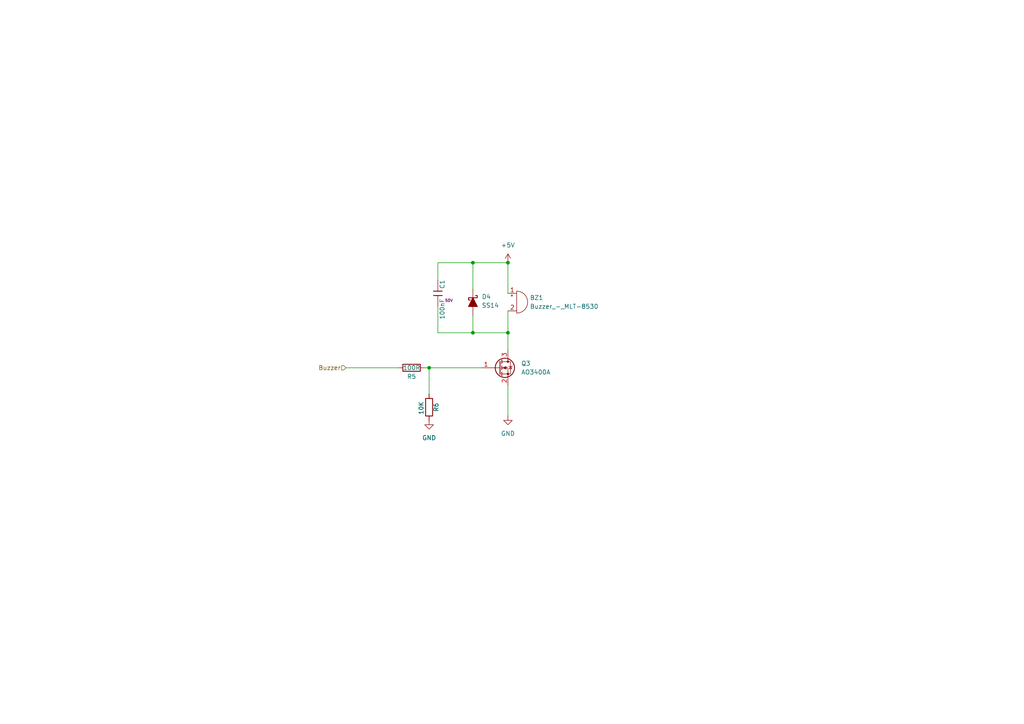
<source format=kicad_sch>
(kicad_sch (version 20250114) (generator "eeschema") (generator_version "9.0")
  (paper "A4")
  (title_block (title "l8"))
  (lib_symbols
    (symbol "PCM_JLCPCB-Capacitors:0603,100nF" (pin_numbers (hide yes)) (pin_names (offset 0))
      (property "Reference" "C" (at 2.032 1.668 0))
      (property "Value" "100nF" (at 2.032 -0.3782 0))
      (property "Voltage Rated" "50V" (at 2.032 -2.0462 0))
      (symbol "0603,100nF_0_1"
        (polyline (pts (xy -1.27 0.635) (xy 1.27 0.635)) (stroke (width 0.254)))
        (polyline (pts (xy -1.27 -0.635) (xy 1.27 -0.635)) (stroke (width 0.254)))
      )
      (symbol "0603,100nF_1_1"
        (pin passive line (at 0 3.81 270) (length 3.175) (name "~") (number "1"))
        (pin passive line (at 0 -3.81 90) (length 3.175) (name "~") (number "2"))
      )
    )
    (symbol "PCM_JLCPCB-Resistors:0603,100Ω" (pin_numbers (hide yes)) (pin_names (offset 0))
      (property "Reference" "R" (at 1.778 0 0))
      (property "Value" "100Ω" (at 0 0 90))
      (symbol "0603,100Ω_0_1"
        (rectangle (start -1.016 2.54) (end 1.016 -2.54) (stroke (width 0.254)))
      )
      (symbol "0603,100Ω_1_1"
        (pin passive line (at 0 3.81 270) (length 1.27) (name "~") (number "1"))
        (pin passive line (at 0 -3.81 90) (length 1.27) (name "~") (number "2"))
      )
    )
    (symbol "PCM_JLCPCB-Resistors:0603,10kΩ" (pin_numbers (hide yes)) (pin_names (offset 0))
      (property "Reference" "R" (at 1.778 0 0))
      (property "Value" "10kΩ" (at 0 0 90))
      (symbol "0603,10kΩ_0_1"
        (rectangle (start -1.016 2.54) (end 1.016 -2.54) (stroke (width 0.254)))
      )
      (symbol "0603,10kΩ_1_1"
        (pin passive line (at 0 3.81 270) (length 1.27) (name "~") (number "1"))
        (pin passive line (at 0 -3.81 90) (length 1.27) (name "~") (number "2"))
      )
    )
    (symbol "dnt_global:AO3400A" (pin_names (hide yes))
      (property "Reference" "Q" (at 6.35 -1.2701 0))
      (property "Value" "AO3400A" (at 6.35 1.2699 0))
      (symbol "AO3400A_0_1"
        (polyline (pts (xy 0.254 1.905) (xy 0.254 -1.905)) (stroke (width 0.254)))
        (polyline (pts (xy 0.254 0) (xy -2.54 0)))
        (polyline (pts (xy 0.762 2.286) (xy 0.762 1.27)) (stroke (width 0.254)))
        (polyline (pts (xy 0.762 0.508) (xy 0.762 -0.508)) (stroke (width 0.254)))
        (polyline (pts (xy 0.762 -1.27) (xy 0.762 -2.286)) (stroke (width 0.254)))
        (polyline (pts (xy 0.762 -1.778) (xy 3.302 -1.778) (xy 3.302 1.778) (xy 0.762 1.778)))
        (polyline (pts (xy 1.016 0) (xy 2.032 0.381) (xy 2.032 -0.381) (xy 1.016 0)) (fill (type outline)))
        (circle (center 1.651 0) (radius 2.794) (stroke (width 0.254)))
        (polyline (pts (xy 2.54 2.54) (xy 2.54 1.778)))
        (circle (center 2.54 1.778) (radius 0.254) (fill (type outline)))
        (circle (center 2.54 -1.778) (radius 0.254) (fill (type outline)))
        (polyline (pts (xy 2.54 -2.54) (xy 2.54 0) (xy 0.762 0)))
        (polyline (pts (xy 2.794 0.508) (xy 2.921 0.381) (xy 3.683 0.381) (xy 3.81 0.254)))
        (polyline (pts (xy 3.302 0.381) (xy 2.921 -0.254) (xy 3.683 -0.254) (xy 3.302 0.381)))
      )
      (symbol "AO3400A_1_1"
        (pin input line (at -5.08 0 0) (length 2.54) (name "G") (number "1"))
        (pin passive line (at 2.54 5.08 270) (length 2.54) (name "D") (number "3"))
        (pin passive line (at 2.54 -5.08 90) (length 2.54) (name "S") (number "2"))
      )
    )
    (symbol "dnt_global:Buzzer_-_MLT-8530" (pin_names (offset 0.0254) (hide yes))
      (property "Reference" "BZ" (at 3.81 1.27 0))
      (property "Value" "Buzzer_-_MLT-8530" (at 3.81 -1.27 0))
      (symbol "Buzzer_-_MLT-8530_0_1"
        (polyline (pts (xy -1.651 1.905) (xy -1.143 1.905)))
        (polyline (pts (xy -1.397 2.159) (xy -1.397 1.651)))
        (arc (start 0 3.175) (mid 3.1612 0) (end 0 -3.175))
        (polyline (pts (xy 0 3.175) (xy 0 -3.175)))
      )
      (symbol "Buzzer_-_MLT-8530_1_1"
        (pin passive line (at -2.54 2.54 0) (length 2.54) (name "+") (number "1"))
        (pin passive line (at -2.54 -2.54 0) (length 2.54) (name "-") (number "2"))
      )
    )
    (symbol "dnt_global:Diode_SS14" (pin_numbers (hide yes)) (pin_names (offset 1.016) (hide yes))
      (property "Reference" "D7001" (at 1.5876 -2.54 90))
      (property "Value" "Diode_-_SS14" (at -0.9524 -2.54 90))
      (symbol "Diode_SS14_0_1"
        (polyline (pts (xy -1.27 0) (xy 1.27 0)))
        (polyline (pts (xy -1.27 -1.27) (xy -1.27 1.27) (xy 1.27 0) (xy -1.27 -1.27)) (stroke (width 0.254)) (fill (type outline)))
        (polyline (pts (xy 1.905 -0.762) (xy 1.905 -1.27) (xy 1.27 -1.27) (xy 1.27 1.27) (xy 0.635 1.27) (xy 0.635 0.762)) (stroke (width 0.254)))
      )
      (symbol "Diode_SS14_0_2"
        (polyline (pts (xy -2.54 -2.54) (xy 2.54 2.54)))
        (polyline (pts (xy -0.889 -0.889) (xy -1.778 0) (xy 0.889 0.889) (xy 0 -1.778) (xy -0.889 -0.889)) (stroke (width 0.254)) (fill (type outline)))
        (polyline (pts (xy 0 1.778) (xy 1.778 0)) (stroke (width 0.254)))
        (polyline (pts (xy 0 1.778) (xy -0.381 1.397) (xy 0 1.016)) (stroke (width 0.254)))
        (polyline (pts (xy 1.778 0) (xy 2.159 0.381) (xy 1.778 0.762)) (stroke (width 0.254)))
      )
      (symbol "Diode_SS14_1_1"
        (pin passive line (at -3.81 0 0) (length 2.54) (name "A") (number "2"))
        (pin passive line (at 3.81 0 180) (length 2.54) (name "K") (number "1"))
      )
      (symbol "Diode_SS14_1_2"
        (pin passive line (at -2.54 -2.54 0) (length 0) (name "A") (number "2"))
        (pin passive line (at 2.54 2.54 180) (length 0) (name "K") (number "1"))
      )
    )
    (symbol "power:+5V" (power) (pin_numbers (hide yes)) (pin_names (offset 0) (hide yes))
      (property "Value" "+5V" (at 0 3.556 0))
      (symbol "+5V_0_1"
        (polyline (pts (xy -0.762 1.27) (xy 0 2.54)))
        (polyline (pts (xy 0 2.54) (xy 0.762 1.27)))
        (polyline (pts (xy 0 0) (xy 0 2.54)))
      )
      (symbol "+5V_1_1"
        (pin power_in line (at 0 0 90) (length 0) (name "~") (number "1"))
      )
    )
    (symbol "power:GND" (power) (pin_numbers (hide yes)) (pin_names (offset 0) (hide yes))
      (property "Value" "GND" (at 0 -3.81 0))
      (symbol "GND_0_1"
        (polyline (pts (xy 0 0) (xy 0 -1.27) (xy 1.27 -1.27) (xy 0 -2.54) (xy -1.27 -1.27) (xy 0 -1.27)))
      )
      (symbol "GND_1_1"
        (pin power_in line (at 0 0 270) (length 0) (name "~") (number "1"))
      )
    )
  )
  (junction (at 147.32 96.52))
  (junction (at 124.46 106.68))
  (junction (at 137.16 76.2))
  (junction (at 137.16 96.52))
  (junction (at 147.32 76.2))
  (wire (pts (xy 123.19 106.68) (xy 124.46 106.68)))
  (wire (pts (xy 147.32 96.52) (xy 147.32 101.6)))
  (wire (pts (xy 137.16 91.44) (xy 137.16 96.52)))
  (wire (pts (xy 127 88.9) (xy 127 96.52)))
  (wire (pts (xy 137.16 96.52) (xy 127 96.52)))
  (wire (pts (xy 147.32 76.2) (xy 137.16 76.2)))
  (wire (pts (xy 147.32 96.52) (xy 137.16 96.52)))
  (wire (pts (xy 127 76.2) (xy 127 81.28)))
  (wire (pts (xy 137.16 76.2) (xy 127 76.2)))
  (wire (pts (xy 147.32 76.2) (xy 147.32 85.09)))
  (wire (pts (xy 137.16 76.2) (xy 137.16 83.82)))
  (wire (pts (xy 124.46 106.68) (xy 124.46 114.3)))
  (wire (pts (xy 147.32 90.17) (xy 147.32 96.52)))
  (wire (pts (xy 100.33 106.68) (xy 115.57 106.68)))
  (wire (pts (xy 147.32 111.76) (xy 147.32 120.65)))
  (wire (pts (xy 139.7 106.68) (xy 124.46 106.68)))
  (hierarchical_label "Buzzer" (shape input) (at 100.33 106.68 180))
  (symbol (lib_id "dnt_global:AO3400A") (at 144.78 106.68 0) (unit 1)
    (property "Reference" "Q3" (at 151.13 105.4099 0) (effects (justify left)))
    (property "Value" "AO3400A" (at 151.13 107.9499 0) (effects (justify left)))
    (property "Footprint" "Package_TO_SOT_SMD:SOT-23" (effects (hide yes)))
    (property "Datasheet" "http://www.aosmd.com/pdfs/datasheet/AO3400A.pdf" (effects (hide yes)))
    (property "Description" "30V Vds, 5.7A Id, N-Channel MOSFET, SOT-23" (effects (hide yes)))
    (property "LCSC" "C2480" (effects (hide yes)))
  )
  (symbol (lib_id "dnt_global:Diode_SS14") (at 137.16 87.63 90) (unit 1)
    (property "Reference" "D4" (at 139.7 86.0424 90) (effects (justify right)))
    (property "Value" "SS14" (at 139.7 88.5824 90) (effects (justify right)))
    (property "Footprint" "PCM_Diode_SMD_AKL:D_SMA" (effects (hide yes)))
    (property "Datasheet" "https://www.tme.eu/Document/39e1c2d2c354f63d74e9a2edb2156b4b/SS14-E3_61T.pdf" (effects (hide yes)))
    (property "Description" "SMA Schottky diode, 40V, 1A, Alternate KiCAD Library" (effects (hide yes)))
    (property "LCSC" "C2480" (effects (hide yes)))
  )
  (symbol (lib_id "power:GND") (at 124.46 121.92 0) (unit 1)
    (property "Reference" "#PWR03" (effects (hide yes)))
    (property "Value" "GND" (at 124.46 127 0))
    (property "Description" "Power symbol creates a global label with name \"GND\" , ground" (effects (hide yes)))
  )
  (symbol (lib_id "power:+5V") (at 147.32 76.2 0) (unit 1)
    (property "Reference" "#PWR04" (effects (hide yes)))
    (property "Value" "+5V" (at 147.32 71.12 0))
    (property "Description" "Power symbol creates a global label with name \"+5V\"" (effects (hide yes)))
  )
  (symbol (lib_id "PCM_JLCPCB-Capacitors:0603,100nF") (at 127 85.09 0) (unit 1)
    (property "Reference" "C1" (at 128.27 83.82 90) (effects (justify left)))
    (property "Value" "100nF" (at 128.27 92.71 90) (effects (justify left)))
    (property "Footprint" "PCM_JLCPCB:C_0603" (effects (hide yes)))
    (property "Datasheet" "https://www.lcsc.com/datasheet/lcsc_datasheet_2211101700_YAGEO-CC0603KRX7R9BB104_C14663.pdf" (effects (hide yes)))
    (property "Description" "50V 100nF X7R ±10% 0603 Multilayer Ceramic Capacitors MLCC - SMD/SMT ROHS" (effects (hide yes)))
    (property "LCSC" "C14663" (effects (hide yes)))
    (property "Stock" "70324515" (effects (hide yes)))
    (property "Price" "0.006USD" (effects (hide yes)))
    (property "Process" "SMT" (effects (hide yes)))
    (property "Minimum Qty" "20" (effects (hide yes)))
    (property "Attrition Qty" "10" (effects (hide yes)))
    (property "Class" "Basic Component" (effects (hide yes)))
    (property "Category" "Capacitors,Multilayer Ceramic Capacitors MLCC - SMD/SMT" (effects (hide yes)))
    (property "Manufacturer" "YAGEO" (effects (hide yes)))
    (property "Part" "CC0603KRX7R9BB104" (effects (hide yes)))
    (property "Voltage Rated" "50V" (at 129.032 87.1362 0) (effects (font (size 0.8 0.8)) (justify left)))
    (property "Tolerance" "±10%" (effects (hide yes)))
    (property "Capacitance" "100nF" (effects (hide yes)))
    (property "Temperature Coefficient" "X7R" (effects (hide yes)))
  )
  (symbol (lib_id "dnt_global:Buzzer_-_MLT-8530") (at 149.86 87.63 0) (unit 1)
    (property "Reference" "BZ1" (at 153.67 86.3599 0) (effects (justify left)))
    (property "Value" "Buzzer_-_MLT-8530" (at 153.67 88.8999 0) (effects (justify left)))
    (property "Footprint" "dnt:Buzzer - MLT-8530_JHE" (effects (hide yes)))
    (property "Datasheet" "https://jlcpcb.com/api/file/downloadByFileSystemAccessId/8588881950006657024" (effects (hide yes)))
    (property "Description" "Buzzer, polarized" (effects (hide yes)))
    (property "LCSC" "C94599" (effects (hide yes)))
  )
  (symbol (lib_id "PCM_JLCPCB-Resistors:0603,10kΩ") (at 124.46 118.11 0) (mirror x) (unit 1)
    (property "Reference" "R6" (at 126.492 118.11 90))
    (property "Value" "10K" (at 122.174 118.364 90))
    (property "Footprint" "PCM_JLCPCB:R_0603" (effects (hide yes)))
    (property "Datasheet" "https://www.lcsc.com/datasheet/lcsc_datasheet_2206010045_UNI-ROYAL-Uniroyal-Elec-0603WAF1002T5E_C25804.pdf" (effects (hide yes)))
    (property "Description" "100mW Thick Film Resistors 75V ±100ppm/°C ±1% 10kΩ 0603 Chip Resistor - Surface Mount ROHS" (effects (hide yes)))
    (property "LCSC" "C25804" (effects (hide yes)))
    (property "Stock" "51181774" (effects (hide yes)))
    (property "Price" "0.004USD" (effects (hide yes)))
    (property "Process" "SMT" (effects (hide yes)))
    (property "Minimum Qty" "20" (effects (hide yes)))
    (property "Attrition Qty" "10" (effects (hide yes)))
    (property "Class" "Basic Component" (effects (hide yes)))
    (property "Category" "Resistors,Chip Resistor - Surface Mount" (effects (hide yes)))
    (property "Manufacturer" "UNI-ROYAL(Uniroyal Elec)" (effects (hide yes)))
    (property "Part" "0603WAF1002T5E" (effects (hide yes)))
    (property "Resistance" "10kΩ" (effects (hide yes)))
    (property "Power(Watts)" "100mW" (effects (hide yes)))
    (property "Type" "Thick Film Resistors" (effects (hide yes)))
    (property "Overload Voltage (Max)" "75V" (effects (hide yes)))
    (property "Operating Temperature Range" "-55°C~+155°C" (effects (hide yes)))
    (property "Tolerance" "±1%" (effects (hide yes)))
    (property "Temperature Coefficient" "±100ppm/°C" (effects (hide yes)))
  )
  (symbol (lib_id "PCM_JLCPCB-Resistors:0603,100Ω") (at 119.38 106.68 270) (unit 1)
    (property "Reference" "R5" (at 119.38 109.22 90))
    (property "Value" "100R" (at 119.38 106.68 90))
    (property "Footprint" "PCM_JLCPCB:R_0603" (effects (hide yes)))
    (property "Datasheet" "https://www.lcsc.com/datasheet/lcsc_datasheet_2411221126_UNI-ROYAL-Uniroyal-Elec-0603WAF1000T5E_C22775.pdf" (effects (hide yes)))
    (property "Description" "100mW Thick Film Resistors 75V ±1% ±200ppm/°C 100Ω 0603 Chip Resistor - Surface Mount ROHS" (effects (hide yes)))
    (property "LCSC" "C22775" (effects (hide yes)))
    (property "Stock" "8202320" (effects (hide yes)))
    (property "Price" "0.004USD" (effects (hide yes)))
    (property "Process" "SMT" (effects (hide yes)))
    (property "Minimum Qty" "20" (effects (hide yes)))
    (property "Attrition Qty" "10" (effects (hide yes)))
    (property "Class" "Basic Component" (effects (hide yes)))
    (property "Category" "Resistors,Chip Resistor - Surface Mount" (effects (hide yes)))
    (property "Manufacturer" "UNI-ROYAL(Uniroyal Elec)" (effects (hide yes)))
    (property "Part" "0603WAF1000T5E" (effects (hide yes)))
    (property "Resistance" "100Ω" (effects (hide yes)))
    (property "Power(Watts)" "100mW" (effects (hide yes)))
    (property "Type" "Thick Film Resistors" (effects (hide yes)))
    (property "Overload Voltage (Max)" "75V" (effects (hide yes)))
    (property "Operating Temperature Range" "-55°C~+155°C" (effects (hide yes)))
    (property "Tolerance" "±1%" (effects (hide yes)))
    (property "Temperature Coefficient" "±200ppm/°C" (effects (hide yes)))
  )
  (symbol (lib_id "power:GND") (at 147.32 120.65 0) (unit 1)
    (property "Reference" "#PWR06" (effects (hide yes)))
    (property "Value" "GND" (at 147.32 125.73 0))
    (property "Description" "Power symbol creates a global label with name \"GND\" , ground" (effects (hide yes)))
  )
)
</source>
